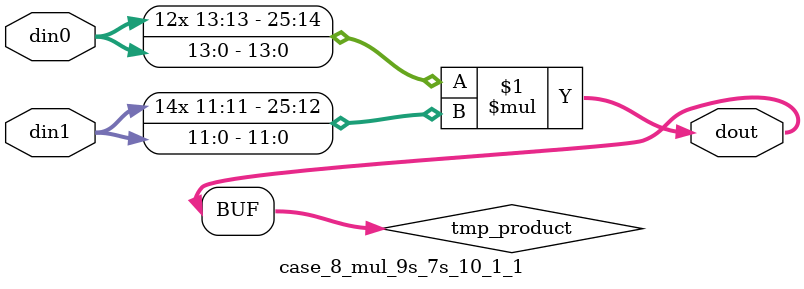
<source format=v>

`timescale 1 ns / 1 ps

 module case_8_mul_9s_7s_10_1_1(din0, din1, dout);
parameter ID = 1;
parameter NUM_STAGE = 0;
parameter din0_WIDTH = 14;
parameter din1_WIDTH = 12;
parameter dout_WIDTH = 26;

input [din0_WIDTH - 1 : 0] din0; 
input [din1_WIDTH - 1 : 0] din1; 
output [dout_WIDTH - 1 : 0] dout;

wire signed [dout_WIDTH - 1 : 0] tmp_product;



























assign tmp_product = $signed(din0) * $signed(din1);








assign dout = tmp_product;





















endmodule

</source>
